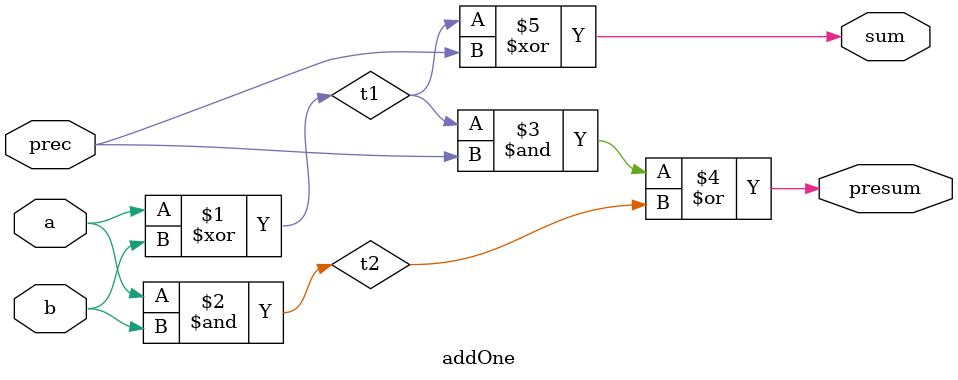
<source format=v>
`timescale 1ns / 1ps


module addOne(
    input a,
    input b,
    output sum,
    output presum,
    input prec
    );
    wire t1,t2;
    assign t1=a^b;
    assign t2=a&b;
    assign presum=t1&prec|t2;
    assign sum=t1^prec;
endmodule

</source>
